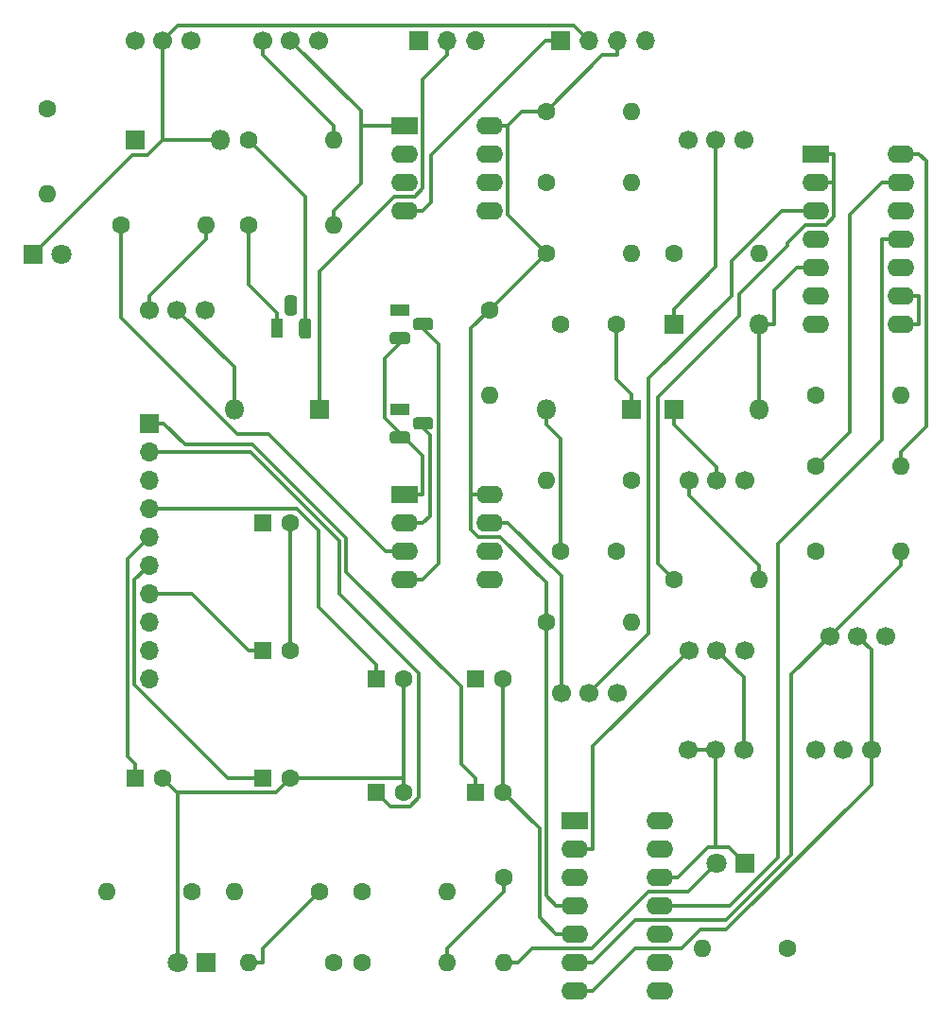
<source format=gtl>
%TF.GenerationSoftware,KiCad,Pcbnew,(5.1.12)-1*%
%TF.CreationDate,2021-11-26T16:20:00-08:00*%
%TF.ProjectId,adsr_envelope,61647372-5f65-46e7-9665-6c6f70652e6b,rev?*%
%TF.SameCoordinates,Original*%
%TF.FileFunction,Copper,L1,Top*%
%TF.FilePolarity,Positive*%
%FSLAX46Y46*%
G04 Gerber Fmt 4.6, Leading zero omitted, Abs format (unit mm)*
G04 Created by KiCad (PCBNEW (5.1.12)-1) date 2021-11-26 16:20:00*
%MOMM*%
%LPD*%
G01*
G04 APERTURE LIST*
%TA.AperFunction,ComponentPad*%
%ADD10O,1.600000X1.600000*%
%TD*%
%TA.AperFunction,ComponentPad*%
%ADD11C,1.600000*%
%TD*%
%TA.AperFunction,ComponentPad*%
%ADD12C,1.800000*%
%TD*%
%TA.AperFunction,ComponentPad*%
%ADD13R,1.800000X1.800000*%
%TD*%
%TA.AperFunction,ComponentPad*%
%ADD14O,2.400000X1.600000*%
%TD*%
%TA.AperFunction,ComponentPad*%
%ADD15R,2.400000X1.600000*%
%TD*%
%TA.AperFunction,ComponentPad*%
%ADD16O,1.700000X1.700000*%
%TD*%
%TA.AperFunction,ComponentPad*%
%ADD17R,1.700000X1.700000*%
%TD*%
%TA.AperFunction,ComponentPad*%
%ADD18C,1.700000*%
%TD*%
%TA.AperFunction,ComponentPad*%
%ADD19R,1.800000X1.100000*%
%TD*%
%TA.AperFunction,ComponentPad*%
%ADD20R,1.100000X1.800000*%
%TD*%
%TA.AperFunction,ComponentPad*%
%ADD21O,1.800000X1.800000*%
%TD*%
%TA.AperFunction,ComponentPad*%
%ADD22R,1.600000X1.600000*%
%TD*%
%TA.AperFunction,Conductor*%
%ADD23C,0.304800*%
%TD*%
G04 APERTURE END LIST*
D10*
%TO.P,R22,2*%
%TO.N,Net-(D8-Pad2)*%
X22633900Y-45496500D03*
D11*
%TO.P,R22,1*%
%TO.N,Net-(D3-Pad1)*%
X22633900Y-37876500D03*
%TD*%
D12*
%TO.P,D8,2*%
%TO.N,Net-(D8-Pad2)*%
X23855700Y-50919400D03*
D13*
%TO.P,D8,1*%
%TO.N,GND*%
X21315700Y-50919400D03*
%TD*%
D14*
%TO.P,U4,8*%
%TO.N,+12V*%
X62230000Y-72390000D03*
%TO.P,U4,4*%
%TO.N,Net-(C1-Pad1)*%
X54610000Y-80010000D03*
%TO.P,U4,7*%
%TO.N,Net-(RV4-Pad1)*%
X62230000Y-74930000D03*
%TO.P,U4,3*%
%TO.N,Net-(R19-Pad1)*%
X54610000Y-77470000D03*
%TO.P,U4,6*%
%TO.N,Net-(D5-Pad2)*%
X62230000Y-77470000D03*
%TO.P,U4,2*%
%TO.N,Net-(Q3-Pad2)*%
X54610000Y-74930000D03*
%TO.P,U4,5*%
%TO.N,Net-(C2-Pad2)*%
X62230000Y-80010000D03*
D15*
%TO.P,U4,1*%
%TO.N,GND*%
X54610000Y-72390000D03*
%TD*%
D14*
%TO.P,U3,14*%
%TO.N,Net-(R13-Pad2)*%
X99060000Y-41910000D03*
%TO.P,U3,7*%
%TO.N,Net-(R11-Pad1)*%
X91440000Y-57150000D03*
%TO.P,U3,13*%
%TO.N,Net-(R13-Pad1)*%
X99060000Y-44450000D03*
%TO.P,U3,6*%
%TO.N,Net-(R11-Pad1)*%
X91440000Y-54610000D03*
%TO.P,U3,12*%
%TO.N,Net-(R11-Pad2)*%
X99060000Y-46990000D03*
%TO.P,U3,5*%
%TO.N,Net-(D5-Pad2)*%
X91440000Y-52070000D03*
%TO.P,U3,11*%
%TO.N,-12V*%
X99060000Y-49530000D03*
%TO.P,U3,4*%
%TO.N,+12V*%
X91440000Y-49530000D03*
%TO.P,U3,10*%
%TO.N,Net-(R11-Pad1)*%
X99060000Y-52070000D03*
%TO.P,U3,3*%
%TO.N,Net-(RV4-Pad2)*%
X91440000Y-46990000D03*
%TO.P,U3,9*%
%TO.N,Net-(R15-Pad1)*%
X99060000Y-54610000D03*
%TO.P,U3,2*%
%TO.N,Net-(R21-Pad1)*%
X91440000Y-44450000D03*
%TO.P,U3,8*%
%TO.N,Net-(R15-Pad1)*%
X99060000Y-57150000D03*
D15*
%TO.P,U3,1*%
%TO.N,Net-(R21-Pad1)*%
X91440000Y-41910000D03*
%TD*%
D14*
%TO.P,U2,8*%
%TO.N,+12V*%
X62230000Y-39370000D03*
%TO.P,U2,4*%
%TO.N,-12V*%
X54610000Y-46990000D03*
%TO.P,U2,7*%
%TO.N,N/C*%
X62230000Y-41910000D03*
%TO.P,U2,3*%
%TO.N,Net-(J1-PadTN)*%
X54610000Y-44450000D03*
%TO.P,U2,6*%
%TO.N,N/C*%
X62230000Y-44450000D03*
%TO.P,U2,2*%
%TO.N,Net-(R3-Pad2)*%
X54610000Y-41910000D03*
%TO.P,U2,5*%
%TO.N,N/C*%
X62230000Y-46990000D03*
D15*
%TO.P,U2,1*%
%TO.N,Net-(D3-Pad1)*%
X54610000Y-39370000D03*
%TD*%
D14*
%TO.P,U1,14*%
%TO.N,Net-(R2-Pad1)*%
X77470000Y-101600000D03*
%TO.P,U1,7*%
%TO.N,Net-(J4-PadTN)*%
X69850000Y-116840000D03*
%TO.P,U1,13*%
%TO.N,Net-(R5-Pad1)*%
X77470000Y-104140000D03*
%TO.P,U1,6*%
%TO.N,Net-(R16-Pad2)*%
X69850000Y-114300000D03*
%TO.P,U1,12*%
%TO.N,GND*%
X77470000Y-106680000D03*
%TO.P,U1,5*%
X69850000Y-111760000D03*
%TO.P,U1,11*%
%TO.N,-12V*%
X77470000Y-109220000D03*
%TO.P,U1,4*%
%TO.N,+12V*%
X69850000Y-109220000D03*
%TO.P,U1,10*%
%TO.N,GND*%
X77470000Y-111760000D03*
%TO.P,U1,3*%
X69850000Y-106680000D03*
%TO.P,U1,9*%
%TO.N,Net-(R4-Pad1)*%
X77470000Y-114300000D03*
%TO.P,U1,2*%
%TO.N,Net-(R15-Pad2)*%
X69850000Y-104140000D03*
%TO.P,U1,8*%
%TO.N,Net-(R1-Pad1)*%
X77470000Y-116840000D03*
D15*
%TO.P,U1,1*%
%TO.N,Net-(J3-PadTN)*%
X69850000Y-101600000D03*
%TD*%
D16*
%TO.P,SW2,10*%
%TO.N,Net-(SW1-Pad3)*%
X31750000Y-88900000D03*
%TO.P,SW2,9*%
%TO.N,Net-(SW1-Pad1)*%
X31750000Y-86360000D03*
%TO.P,SW2,8*%
%TO.N,Net-(C3-Pad1)*%
X31750000Y-83820000D03*
%TO.P,SW2,7*%
%TO.N,Net-(C4-Pad1)*%
X31750000Y-81280000D03*
%TO.P,SW2,6*%
%TO.N,Net-(C5-Pad1)*%
X31750000Y-78740000D03*
%TO.P,SW2,5*%
%TO.N,Net-(C6-Pad1)*%
X31750000Y-76200000D03*
%TO.P,SW2,4*%
%TO.N,Net-(C7-Pad1)*%
X31750000Y-73660000D03*
%TO.P,SW2,3*%
%TO.N,Net-(C8-Pad1)*%
X31750000Y-71120000D03*
%TO.P,SW2,2*%
%TO.N,Net-(C9-Pad1)*%
X31750000Y-68580000D03*
D17*
%TO.P,SW2,1*%
%TO.N,Net-(C10-Pad1)*%
X31750000Y-66040000D03*
%TD*%
D16*
%TO.P,SW1,3*%
%TO.N,Net-(SW1-Pad3)*%
X60960000Y-31750000D03*
%TO.P,SW1,2*%
%TO.N,Net-(D5-Pad2)*%
X58420000Y-31750000D03*
D17*
%TO.P,SW1,1*%
%TO.N,Net-(SW1-Pad1)*%
X55880000Y-31750000D03*
%TD*%
D18*
%TO.P,RV7,3*%
%TO.N,Net-(RV7-Pad3)*%
X85090000Y-71120000D03*
%TO.P,RV7,2*%
%TO.N,Net-(D7-Pad1)*%
X82590000Y-71120000D03*
%TO.P,RV7,1*%
%TO.N,Net-(R21-Pad2)*%
X80090000Y-71120000D03*
%TD*%
%TO.P,RV6,3*%
%TO.N,Net-(RV6-Pad3)*%
X36750000Y-55880000D03*
%TO.P,RV6,2*%
%TO.N,Net-(D6-Pad2)*%
X34250000Y-55880000D03*
%TO.P,RV6,1*%
%TO.N,Net-(R19-Pad2)*%
X31750000Y-55880000D03*
%TD*%
%TO.P,RV5,3*%
%TO.N,Net-(RV5-Pad3)*%
X85010000Y-40640000D03*
%TO.P,RV5,2*%
%TO.N,Net-(D5-Pad1)*%
X82510000Y-40640000D03*
%TO.P,RV5,1*%
%TO.N,Net-(R18-Pad2)*%
X80010000Y-40640000D03*
%TD*%
%TO.P,RV4,3*%
%TO.N,Net-(R20-Pad2)*%
X73660000Y-90170000D03*
%TO.P,RV4,2*%
%TO.N,Net-(RV4-Pad2)*%
X71160000Y-90170000D03*
%TO.P,RV4,1*%
%TO.N,Net-(RV4-Pad1)*%
X68660000Y-90170000D03*
%TD*%
%TO.P,RV3,3*%
%TO.N,Net-(RV3-Pad3)*%
X97710000Y-85090000D03*
%TO.P,RV3,2*%
%TO.N,Net-(J4-PadTN)*%
X95210000Y-85090000D03*
%TO.P,RV3,1*%
%TO.N,Net-(R16-Pad2)*%
X92710000Y-85090000D03*
%TD*%
%TO.P,RV2,3*%
%TO.N,Net-(RV2-Pad3)*%
X85090000Y-86360000D03*
%TO.P,RV2,2*%
%TO.N,Net-(J3-PadTN)*%
X82590000Y-86360000D03*
%TO.P,RV2,1*%
%TO.N,Net-(R15-Pad2)*%
X80090000Y-86360000D03*
%TD*%
%TO.P,RV1,3*%
%TO.N,Net-(RV1-Pad3)*%
X46910000Y-31750000D03*
%TO.P,RV1,2*%
%TO.N,Net-(D3-Pad1)*%
X44410000Y-31750000D03*
%TO.P,RV1,1*%
%TO.N,Net-(R3-Pad2)*%
X41910000Y-31750000D03*
%TD*%
D10*
%TO.P,R21,2*%
%TO.N,Net-(R21-Pad2)*%
X86360000Y-80010000D03*
D11*
%TO.P,R21,1*%
%TO.N,Net-(R21-Pad1)*%
X78740000Y-80010000D03*
%TD*%
D10*
%TO.P,R20,2*%
%TO.N,Net-(R20-Pad2)*%
X74930000Y-83820000D03*
D11*
%TO.P,R20,1*%
%TO.N,+12V*%
X67310000Y-83820000D03*
%TD*%
D10*
%TO.P,R19,2*%
%TO.N,Net-(R19-Pad2)*%
X36830000Y-48260000D03*
D11*
%TO.P,R19,1*%
%TO.N,Net-(R19-Pad1)*%
X29210000Y-48260000D03*
%TD*%
D10*
%TO.P,R18,2*%
%TO.N,Net-(R18-Pad2)*%
X86360000Y-50800000D03*
D11*
%TO.P,R18,1*%
%TO.N,Net-(C1-Pad1)*%
X78740000Y-50800000D03*
%TD*%
D10*
%TO.P,R17,2*%
%TO.N,Net-(Q3-Pad2)*%
X62230000Y-63500000D03*
D11*
%TO.P,R17,1*%
%TO.N,+12V*%
X62230000Y-55880000D03*
%TD*%
D10*
%TO.P,R16,2*%
%TO.N,Net-(R16-Pad2)*%
X99060000Y-77470000D03*
D11*
%TO.P,R16,1*%
%TO.N,Net-(R13-Pad2)*%
X91440000Y-77470000D03*
%TD*%
D10*
%TO.P,R15,2*%
%TO.N,Net-(R15-Pad2)*%
X58420000Y-107950000D03*
D11*
%TO.P,R15,1*%
%TO.N,Net-(R15-Pad1)*%
X50800000Y-107950000D03*
%TD*%
D10*
%TO.P,R14,2*%
%TO.N,Net-(C1-Pad2)*%
X67310000Y-71120000D03*
D11*
%TO.P,R14,1*%
%TO.N,Net-(Q3-Pad1)*%
X74930000Y-71120000D03*
%TD*%
D10*
%TO.P,R13,2*%
%TO.N,Net-(R13-Pad2)*%
X99060000Y-69850000D03*
D11*
%TO.P,R13,1*%
%TO.N,Net-(R13-Pad1)*%
X91440000Y-69850000D03*
%TD*%
D10*
%TO.P,R12,2*%
%TO.N,Net-(C1-Pad1)*%
X74930000Y-50800000D03*
D11*
%TO.P,R12,1*%
%TO.N,+12V*%
X67310000Y-50800000D03*
%TD*%
D10*
%TO.P,R11,2*%
%TO.N,Net-(R11-Pad2)*%
X99060000Y-63500000D03*
D11*
%TO.P,R11,1*%
%TO.N,Net-(R11-Pad1)*%
X91440000Y-63500000D03*
%TD*%
D10*
%TO.P,R10,2*%
%TO.N,Net-(Q2-Pad1)*%
X74930000Y-44450000D03*
D11*
%TO.P,R10,1*%
%TO.N,Net-(Q1-Pad2)*%
X67310000Y-44450000D03*
%TD*%
D10*
%TO.P,R9,2*%
%TO.N,Net-(Q1-Pad2)*%
X74930000Y-38100000D03*
D11*
%TO.P,R9,1*%
%TO.N,+12V*%
X67310000Y-38100000D03*
%TD*%
D10*
%TO.P,R8,2*%
%TO.N,Net-(R5-Pad1)*%
X81280000Y-113030000D03*
D11*
%TO.P,R8,1*%
%TO.N,Net-(R13-Pad2)*%
X88900000Y-113030000D03*
%TD*%
D10*
%TO.P,R7,2*%
%TO.N,Net-(R4-Pad1)*%
X40640000Y-114300000D03*
D11*
%TO.P,R7,1*%
%TO.N,Net-(R11-Pad1)*%
X48260000Y-114300000D03*
%TD*%
D10*
%TO.P,R6,2*%
%TO.N,Net-(D3-Pad1)*%
X48260000Y-48260000D03*
D11*
%TO.P,R6,1*%
%TO.N,Net-(Q1-Pad1)*%
X40640000Y-48260000D03*
%TD*%
D10*
%TO.P,R5,2*%
%TO.N,Net-(R2-Pad1)*%
X58420000Y-114300000D03*
D11*
%TO.P,R5,1*%
%TO.N,Net-(R5-Pad1)*%
X50800000Y-114300000D03*
%TD*%
D10*
%TO.P,R4,2*%
%TO.N,Net-(R1-Pad1)*%
X39370000Y-107950000D03*
D11*
%TO.P,R4,1*%
%TO.N,Net-(R4-Pad1)*%
X46990000Y-107950000D03*
%TD*%
D10*
%TO.P,R3,2*%
%TO.N,Net-(R3-Pad2)*%
X48260000Y-40640000D03*
D11*
%TO.P,R3,1*%
%TO.N,GND*%
X40640000Y-40640000D03*
%TD*%
D10*
%TO.P,R2,2*%
%TO.N,Net-(D2-Pad2)*%
X63500000Y-114300000D03*
D11*
%TO.P,R2,1*%
%TO.N,Net-(R2-Pad1)*%
X63500000Y-106680000D03*
%TD*%
D10*
%TO.P,R1,2*%
%TO.N,Net-(D1-Pad1)*%
X27940000Y-107950000D03*
D11*
%TO.P,R1,1*%
%TO.N,Net-(R1-Pad1)*%
X35560000Y-107950000D03*
%TD*%
D19*
%TO.P,Q3,1*%
%TO.N,Net-(Q3-Pad1)*%
X54210000Y-64770000D03*
%TO.P,Q3,3*%
%TO.N,GND*%
%TA.AperFunction,ComponentPad*%
G36*
G01*
X53585000Y-66760000D02*
X54835000Y-66760000D01*
G75*
G02*
X55110000Y-67035000I0J-275000D01*
G01*
X55110000Y-67585000D01*
G75*
G02*
X54835000Y-67860000I-275000J0D01*
G01*
X53585000Y-67860000D01*
G75*
G02*
X53310000Y-67585000I0J275000D01*
G01*
X53310000Y-67035000D01*
G75*
G02*
X53585000Y-66760000I275000J0D01*
G01*
G37*
%TD.AperFunction*%
%TO.P,Q3,2*%
%TO.N,Net-(Q3-Pad2)*%
%TA.AperFunction,ComponentPad*%
G36*
G01*
X55655000Y-65490000D02*
X56905000Y-65490000D01*
G75*
G02*
X57180000Y-65765000I0J-275000D01*
G01*
X57180000Y-66315000D01*
G75*
G02*
X56905000Y-66590000I-275000J0D01*
G01*
X55655000Y-66590000D01*
G75*
G02*
X55380000Y-66315000I0J275000D01*
G01*
X55380000Y-65765000D01*
G75*
G02*
X55655000Y-65490000I275000J0D01*
G01*
G37*
%TD.AperFunction*%
%TD*%
%TO.P,Q2,1*%
%TO.N,Net-(Q2-Pad1)*%
X54210000Y-55880000D03*
%TO.P,Q2,3*%
%TO.N,GND*%
%TA.AperFunction,ComponentPad*%
G36*
G01*
X53585000Y-57870000D02*
X54835000Y-57870000D01*
G75*
G02*
X55110000Y-58145000I0J-275000D01*
G01*
X55110000Y-58695000D01*
G75*
G02*
X54835000Y-58970000I-275000J0D01*
G01*
X53585000Y-58970000D01*
G75*
G02*
X53310000Y-58695000I0J275000D01*
G01*
X53310000Y-58145000D01*
G75*
G02*
X53585000Y-57870000I275000J0D01*
G01*
G37*
%TD.AperFunction*%
%TO.P,Q2,2*%
%TO.N,Net-(C1-Pad1)*%
%TA.AperFunction,ComponentPad*%
G36*
G01*
X55655000Y-56600000D02*
X56905000Y-56600000D01*
G75*
G02*
X57180000Y-56875000I0J-275000D01*
G01*
X57180000Y-57425000D01*
G75*
G02*
X56905000Y-57700000I-275000J0D01*
G01*
X55655000Y-57700000D01*
G75*
G02*
X55380000Y-57425000I0J275000D01*
G01*
X55380000Y-56875000D01*
G75*
G02*
X55655000Y-56600000I275000J0D01*
G01*
G37*
%TD.AperFunction*%
%TD*%
D20*
%TO.P,Q1,1*%
%TO.N,Net-(Q1-Pad1)*%
X43180000Y-57550000D03*
%TO.P,Q1,3*%
%TO.N,GND*%
%TA.AperFunction,ComponentPad*%
G36*
G01*
X45170000Y-58175000D02*
X45170000Y-56925000D01*
G75*
G02*
X45445000Y-56650000I275000J0D01*
G01*
X45995000Y-56650000D01*
G75*
G02*
X46270000Y-56925000I0J-275000D01*
G01*
X46270000Y-58175000D01*
G75*
G02*
X45995000Y-58450000I-275000J0D01*
G01*
X45445000Y-58450000D01*
G75*
G02*
X45170000Y-58175000I0J275000D01*
G01*
G37*
%TD.AperFunction*%
%TO.P,Q1,2*%
%TO.N,Net-(Q1-Pad2)*%
%TA.AperFunction,ComponentPad*%
G36*
G01*
X43900000Y-56105000D02*
X43900000Y-54855000D01*
G75*
G02*
X44175000Y-54580000I275000J0D01*
G01*
X44725000Y-54580000D01*
G75*
G02*
X45000000Y-54855000I0J-275000D01*
G01*
X45000000Y-56105000D01*
G75*
G02*
X44725000Y-56380000I-275000J0D01*
G01*
X44175000Y-56380000D01*
G75*
G02*
X43900000Y-56105000I0J275000D01*
G01*
G37*
%TD.AperFunction*%
%TD*%
D18*
%TO.P,J4,TN*%
%TO.N,Net-(J4-PadTN)*%
X96440000Y-95250000D03*
%TO.P,J4,T*%
%TO.N,GND*%
X93940000Y-95250000D03*
%TO.P,J4,S*%
X91440000Y-95250000D03*
%TD*%
%TO.P,J3,TN*%
%TO.N,Net-(J3-PadTN)*%
X85010000Y-95250000D03*
%TO.P,J3,T*%
%TO.N,GND*%
X82510000Y-95250000D03*
%TO.P,J3,S*%
X80010000Y-95250000D03*
%TD*%
D16*
%TO.P,J2,4*%
%TO.N,+5V*%
X76200000Y-31750000D03*
%TO.P,J2,3*%
%TO.N,+12V*%
X73660000Y-31750000D03*
%TO.P,J2,2*%
%TO.N,GND*%
X71120000Y-31750000D03*
D17*
%TO.P,J2,1*%
%TO.N,-12V*%
X68580000Y-31750000D03*
%TD*%
D18*
%TO.P,J1,TN*%
%TO.N,Net-(J1-PadTN)*%
X35480000Y-31750000D03*
%TO.P,J1,T*%
%TO.N,GND*%
X32980000Y-31750000D03*
%TO.P,J1,S*%
X30480000Y-31750000D03*
%TD*%
D21*
%TO.P,D7,2*%
%TO.N,Net-(D5-Pad2)*%
X86360000Y-64770000D03*
D13*
%TO.P,D7,1*%
%TO.N,Net-(D7-Pad1)*%
X78740000Y-64770000D03*
%TD*%
D21*
%TO.P,D6,2*%
%TO.N,Net-(D6-Pad2)*%
X39370000Y-64770000D03*
D13*
%TO.P,D6,1*%
%TO.N,Net-(D5-Pad2)*%
X46990000Y-64770000D03*
%TD*%
D21*
%TO.P,D5,2*%
%TO.N,Net-(D5-Pad2)*%
X86360000Y-57150000D03*
D13*
%TO.P,D5,1*%
%TO.N,Net-(D5-Pad1)*%
X78740000Y-57150000D03*
%TD*%
D21*
%TO.P,D4,2*%
%TO.N,GND*%
X67310000Y-64770000D03*
D13*
%TO.P,D4,1*%
%TO.N,Net-(C1-Pad2)*%
X74930000Y-64770000D03*
%TD*%
D21*
%TO.P,D3,2*%
%TO.N,GND*%
X38100000Y-40640000D03*
D13*
%TO.P,D3,1*%
%TO.N,Net-(D3-Pad1)*%
X30480000Y-40640000D03*
%TD*%
D12*
%TO.P,D2,2*%
%TO.N,Net-(D2-Pad2)*%
X82550000Y-105410000D03*
D13*
%TO.P,D2,1*%
%TO.N,GND*%
X85090000Y-105410000D03*
%TD*%
D12*
%TO.P,D1,2*%
%TO.N,GND*%
X34290000Y-114300000D03*
D13*
%TO.P,D1,1*%
%TO.N,Net-(D1-Pad1)*%
X36830000Y-114300000D03*
%TD*%
D11*
%TO.P,C10,2*%
%TO.N,GND*%
X63460000Y-99060000D03*
D22*
%TO.P,C10,1*%
%TO.N,Net-(C10-Pad1)*%
X60960000Y-99060000D03*
%TD*%
D11*
%TO.P,C9,2*%
%TO.N,GND*%
X54570000Y-99060000D03*
D22*
%TO.P,C9,1*%
%TO.N,Net-(C9-Pad1)*%
X52070000Y-99060000D03*
%TD*%
D11*
%TO.P,C8,2*%
%TO.N,GND*%
X63460000Y-88900000D03*
D22*
%TO.P,C8,1*%
%TO.N,Net-(C8-Pad1)*%
X60960000Y-88900000D03*
%TD*%
D11*
%TO.P,C7,2*%
%TO.N,GND*%
X54570000Y-88900000D03*
D22*
%TO.P,C7,1*%
%TO.N,Net-(C7-Pad1)*%
X52070000Y-88900000D03*
%TD*%
D11*
%TO.P,C6,2*%
%TO.N,GND*%
X32980000Y-97790000D03*
D22*
%TO.P,C6,1*%
%TO.N,Net-(C6-Pad1)*%
X30480000Y-97790000D03*
%TD*%
D11*
%TO.P,C5,2*%
%TO.N,GND*%
X44410000Y-97790000D03*
D22*
%TO.P,C5,1*%
%TO.N,Net-(C5-Pad1)*%
X41910000Y-97790000D03*
%TD*%
D11*
%TO.P,C4,2*%
%TO.N,GND*%
X44410000Y-86360000D03*
D22*
%TO.P,C4,1*%
%TO.N,Net-(C4-Pad1)*%
X41910000Y-86360000D03*
%TD*%
D11*
%TO.P,C3,2*%
%TO.N,GND*%
X44410000Y-74930000D03*
D22*
%TO.P,C3,1*%
%TO.N,Net-(C3-Pad1)*%
X41910000Y-74930000D03*
%TD*%
D11*
%TO.P,C2,2*%
%TO.N,Net-(C2-Pad2)*%
X73580000Y-77470000D03*
%TO.P,C2,1*%
%TO.N,GND*%
X68580000Y-77470000D03*
%TD*%
%TO.P,C1,2*%
%TO.N,Net-(C1-Pad2)*%
X73580000Y-57150000D03*
%TO.P,C1,1*%
%TO.N,Net-(C1-Pad1)*%
X68580000Y-57150000D03*
%TD*%
D23*
%TO.N,Net-(C1-Pad2)*%
X74930000Y-64770000D02*
X74930000Y-63412500D01*
X73580000Y-57150000D02*
X73580000Y-62062500D01*
X73580000Y-62062500D02*
X74930000Y-63412500D01*
%TO.N,Net-(C1-Pad1)*%
X54610000Y-80010000D02*
X56267500Y-80010000D01*
X55880000Y-57150000D02*
X57652300Y-58922300D01*
X57652300Y-58922300D02*
X57652300Y-78625200D01*
X57652300Y-78625200D02*
X56267500Y-80010000D01*
%TO.N,GND*%
X54610000Y-72390000D02*
X56267500Y-72390000D01*
X56267500Y-72390000D02*
X56267500Y-68967500D01*
X56267500Y-68967500D02*
X54610000Y-67310000D01*
X54610000Y-58420000D02*
X52852400Y-60177600D01*
X52852400Y-60177600D02*
X52852400Y-65552400D01*
X52852400Y-65552400D02*
X54610000Y-67310000D01*
X82510000Y-95250000D02*
X80010000Y-95250000D01*
X82510000Y-95250000D02*
X82510000Y-103993100D01*
X32980000Y-31750000D02*
X34287600Y-30442400D01*
X34287600Y-30442400D02*
X69812400Y-30442400D01*
X69812400Y-30442400D02*
X71120000Y-31750000D01*
X32980000Y-40640000D02*
X32980000Y-31750000D01*
X21315700Y-50919400D02*
X30237600Y-41997500D01*
X30237600Y-41997500D02*
X31622500Y-41997500D01*
X31622500Y-41997500D02*
X32980000Y-40640000D01*
X36742500Y-40640000D02*
X32980000Y-40640000D01*
X82510000Y-103993100D02*
X83673100Y-103993100D01*
X83673100Y-103993100D02*
X85090000Y-105410000D01*
X79127500Y-106680000D02*
X81814400Y-103993100D01*
X81814400Y-103993100D02*
X82510000Y-103993100D01*
X77470000Y-106680000D02*
X79127500Y-106680000D01*
X38100000Y-40640000D02*
X36742500Y-40640000D01*
X54570000Y-97790000D02*
X54570000Y-99060000D01*
X54570000Y-88900000D02*
X54570000Y-97790000D01*
X54570000Y-97790000D02*
X44410000Y-97790000D01*
X34290000Y-99056100D02*
X34246100Y-99056100D01*
X34246100Y-99056100D02*
X32980000Y-97790000D01*
X44410000Y-97790000D02*
X43143900Y-99056100D01*
X43143900Y-99056100D02*
X34290000Y-99056100D01*
X34290000Y-99056100D02*
X34290000Y-114300000D01*
X45720000Y-57150000D02*
X45720000Y-45720000D01*
X45720000Y-45720000D02*
X40640000Y-40640000D01*
X69850000Y-111760000D02*
X68192500Y-111760000D01*
X68192500Y-111760000D02*
X66700000Y-110267500D01*
X66700000Y-110267500D02*
X66700000Y-102300000D01*
X66700000Y-102300000D02*
X63460000Y-99060000D01*
X63460000Y-88900000D02*
X63460000Y-99060000D01*
X44410000Y-74930000D02*
X44410000Y-86360000D01*
X67310000Y-64770000D02*
X67310000Y-66127500D01*
X68580000Y-77470000D02*
X68580000Y-67397500D01*
X68580000Y-67397500D02*
X67310000Y-66127500D01*
%TO.N,Net-(C4-Pad1)*%
X41910000Y-86360000D02*
X40652500Y-86360000D01*
X40652500Y-86360000D02*
X35572500Y-81280000D01*
X35572500Y-81280000D02*
X31750000Y-81280000D01*
%TO.N,Net-(C5-Pad1)*%
X41910000Y-97790000D02*
X38757000Y-97790000D01*
X38757000Y-97790000D02*
X30427400Y-89460400D01*
X30427400Y-89460400D02*
X30427400Y-80062600D01*
X30427400Y-80062600D02*
X31750000Y-78740000D01*
%TO.N,Net-(C6-Pad1)*%
X30480000Y-97790000D02*
X30480000Y-96532500D01*
X30480000Y-96532500D02*
X29790200Y-95842700D01*
X29790200Y-95842700D02*
X29790200Y-78159800D01*
X29790200Y-78159800D02*
X31750000Y-76200000D01*
%TO.N,Net-(C7-Pad1)*%
X31750000Y-73660000D02*
X44941200Y-73660000D01*
X44941200Y-73660000D02*
X46902400Y-75621200D01*
X46902400Y-75621200D02*
X46902400Y-82475000D01*
X46902400Y-82475000D02*
X46902500Y-82475000D01*
X46902500Y-82475000D02*
X52070000Y-87642500D01*
X52070000Y-88900000D02*
X52070000Y-87642500D01*
%TO.N,Net-(C9-Pad1)*%
X52070000Y-99060000D02*
X53332600Y-100322600D01*
X53332600Y-100322600D02*
X55107000Y-100322600D01*
X55107000Y-100322600D02*
X55891400Y-99538200D01*
X55891400Y-99538200D02*
X55891400Y-88386900D01*
X55891400Y-88386900D02*
X48805300Y-81300800D01*
X48805300Y-81300800D02*
X48805300Y-76592000D01*
X48805300Y-76592000D02*
X40793300Y-68580000D01*
X40793300Y-68580000D02*
X31750000Y-68580000D01*
%TO.N,Net-(C10-Pad1)*%
X33057500Y-66040000D02*
X34974800Y-67957300D01*
X34974800Y-67957300D02*
X41033300Y-67957300D01*
X41033300Y-67957300D02*
X49415300Y-76339300D01*
X49415300Y-76339300D02*
X49415300Y-79352900D01*
X49415300Y-79352900D02*
X59702500Y-89640100D01*
X59702500Y-89640100D02*
X59702500Y-96545000D01*
X59702500Y-96545000D02*
X60960000Y-97802500D01*
X31750000Y-66040000D02*
X33057500Y-66040000D01*
X60960000Y-99060000D02*
X60960000Y-97802500D01*
%TO.N,Net-(D3-Pad1)*%
X48260000Y-48260000D02*
X48260000Y-47002500D01*
X50730000Y-39370000D02*
X50730000Y-44532500D01*
X50730000Y-44532500D02*
X48260000Y-47002500D01*
X44410000Y-31750000D02*
X50730000Y-38070000D01*
X50730000Y-38070000D02*
X50730000Y-39370000D01*
X50730000Y-39370000D02*
X52952500Y-39370000D01*
X54610000Y-39370000D02*
X52952500Y-39370000D01*
%TO.N,Net-(D5-Pad2)*%
X58420000Y-31750000D02*
X58420000Y-33057500D01*
X46990000Y-64770000D02*
X46990000Y-52429400D01*
X46990000Y-52429400D02*
X53699400Y-45720000D01*
X53699400Y-45720000D02*
X55545300Y-45720000D01*
X55545300Y-45720000D02*
X56267500Y-44997800D01*
X56267500Y-44997800D02*
X56267500Y-35210000D01*
X56267500Y-35210000D02*
X58420000Y-33057500D01*
X91440000Y-52070000D02*
X89782500Y-52070000D01*
X86360000Y-57150000D02*
X87717500Y-57150000D01*
X87717500Y-57150000D02*
X87717500Y-54135000D01*
X87717500Y-54135000D02*
X89782500Y-52070000D01*
X86360000Y-64770000D02*
X86360000Y-57150000D01*
%TO.N,Net-(D5-Pad1)*%
X78740000Y-57150000D02*
X78740000Y-55792500D01*
X78740000Y-55792500D02*
X82510000Y-52022500D01*
X82510000Y-52022500D02*
X82510000Y-40640000D01*
%TO.N,Net-(D6-Pad2)*%
X39370000Y-64770000D02*
X39370000Y-61000000D01*
X39370000Y-61000000D02*
X34250000Y-55880000D01*
%TO.N,Net-(D7-Pad1)*%
X78740000Y-64770000D02*
X78740000Y-66127500D01*
X78740000Y-66127500D02*
X82590000Y-69977500D01*
X82590000Y-69977500D02*
X82590000Y-71120000D01*
%TO.N,+12V*%
X62230000Y-55880000D02*
X60572500Y-57537500D01*
X60572500Y-57537500D02*
X60572500Y-72390000D01*
X67310000Y-50800000D02*
X62230000Y-55880000D01*
X67310000Y-38100000D02*
X65157500Y-38100000D01*
X65157500Y-38100000D02*
X63887500Y-39370000D01*
X73660000Y-33057500D02*
X72352500Y-33057500D01*
X72352500Y-33057500D02*
X67310000Y-38100000D01*
X62230000Y-39370000D02*
X63887500Y-39370000D01*
X63887500Y-39370000D02*
X63887500Y-47377500D01*
X63887500Y-47377500D02*
X67310000Y-50800000D01*
X67310000Y-83820000D02*
X67310000Y-108337500D01*
X67310000Y-108337500D02*
X68192500Y-109220000D01*
X67310000Y-83820000D02*
X67310000Y-80304200D01*
X67310000Y-80304200D02*
X63205800Y-76200000D01*
X63205800Y-76200000D02*
X61270100Y-76200000D01*
X61270100Y-76200000D02*
X60572500Y-75502400D01*
X60572500Y-75502400D02*
X60572500Y-72390000D01*
X62230000Y-72390000D02*
X60572500Y-72390000D01*
X69850000Y-109220000D02*
X68192500Y-109220000D01*
X73660000Y-31750000D02*
X73660000Y-33057500D01*
%TO.N,-12V*%
X97402500Y-49530000D02*
X97402500Y-67476700D01*
X97402500Y-67476700D02*
X88048200Y-76831000D01*
X88048200Y-76831000D02*
X88048200Y-104931600D01*
X88048200Y-104931600D02*
X83759800Y-109220000D01*
X83759800Y-109220000D02*
X79127500Y-109220000D01*
X56267500Y-46990000D02*
X57032500Y-46225000D01*
X57032500Y-46225000D02*
X57032500Y-41990000D01*
X57032500Y-41990000D02*
X67272500Y-31750000D01*
X77470000Y-109220000D02*
X79127500Y-109220000D01*
X99060000Y-49530000D02*
X97402500Y-49530000D01*
X54610000Y-46990000D02*
X56267500Y-46990000D01*
X68580000Y-31750000D02*
X67272500Y-31750000D01*
%TO.N,Net-(J3-PadTN)*%
X85010000Y-95250000D02*
X85010000Y-88780000D01*
X85010000Y-88780000D02*
X82590000Y-86360000D01*
%TO.N,Net-(J4-PadTN)*%
X69850000Y-116840000D02*
X71507500Y-116840000D01*
X96440000Y-95250000D02*
X96440000Y-98398100D01*
X96440000Y-98398100D02*
X83451900Y-111386200D01*
X83451900Y-111386200D02*
X81100000Y-111386200D01*
X81100000Y-111386200D02*
X79456200Y-113030000D01*
X79456200Y-113030000D02*
X75317500Y-113030000D01*
X75317500Y-113030000D02*
X71507500Y-116840000D01*
X95210000Y-85090000D02*
X96440000Y-86320000D01*
X96440000Y-86320000D02*
X96440000Y-95250000D01*
%TO.N,Net-(Q1-Pad1)*%
X43180000Y-57150000D02*
X43180000Y-56192500D01*
X43180000Y-56192500D02*
X40640000Y-53652500D01*
X40640000Y-53652500D02*
X40640000Y-48260000D01*
%TO.N,Net-(Q3-Pad2)*%
X55880000Y-66040000D02*
X56878000Y-67038000D01*
X56878000Y-67038000D02*
X56878000Y-74319500D01*
X56878000Y-74319500D02*
X56267500Y-74930000D01*
X54610000Y-74930000D02*
X56267500Y-74930000D01*
%TO.N,Net-(R2-Pad1)*%
X58420000Y-114300000D02*
X58420000Y-113042500D01*
X63500000Y-106680000D02*
X63500000Y-107962500D01*
X63500000Y-107962500D02*
X58420000Y-113042500D01*
%TO.N,Net-(R3-Pad2)*%
X48260000Y-40640000D02*
X48260000Y-39382500D01*
X41910000Y-31750000D02*
X41910000Y-33032500D01*
X41910000Y-33032500D02*
X48260000Y-39382500D01*
%TO.N,Net-(R4-Pad1)*%
X40640000Y-114300000D02*
X41897500Y-114300000D01*
X46990000Y-107950000D02*
X41897500Y-113042500D01*
X41897500Y-113042500D02*
X41897500Y-114300000D01*
%TO.N,Net-(R13-Pad2)*%
X99060000Y-69850000D02*
X99060000Y-68592500D01*
X99060000Y-41910000D02*
X100717500Y-41910000D01*
X100717500Y-41910000D02*
X101348100Y-42540600D01*
X101348100Y-42540600D02*
X101348100Y-66304400D01*
X101348100Y-66304400D02*
X99060000Y-68592500D01*
%TO.N,Net-(R13-Pad1)*%
X91440000Y-69850000D02*
X94501200Y-66788800D01*
X94501200Y-66788800D02*
X94501200Y-47351300D01*
X94501200Y-47351300D02*
X97402500Y-44450000D01*
X99060000Y-44450000D02*
X97402500Y-44450000D01*
%TO.N,Net-(R15-Pad2)*%
X69850000Y-104140000D02*
X71507500Y-104140000D01*
X80090000Y-86360000D02*
X71507500Y-94942500D01*
X71507500Y-94942500D02*
X71507500Y-104140000D01*
%TO.N,Net-(R15-Pad1)*%
X99060000Y-54610000D02*
X100717500Y-54610000D01*
X99060000Y-57150000D02*
X100717500Y-57150000D01*
X100717500Y-57150000D02*
X100717500Y-54610000D01*
%TO.N,Net-(R16-Pad2)*%
X92710000Y-85090000D02*
X89268000Y-88532000D01*
X89268000Y-88532000D02*
X89268000Y-104650100D01*
X89268000Y-104650100D02*
X83428100Y-110490000D01*
X83428100Y-110490000D02*
X75317500Y-110490000D01*
X75317500Y-110490000D02*
X71507500Y-114300000D01*
X69850000Y-114300000D02*
X71507500Y-114300000D01*
X99060000Y-77470000D02*
X99060000Y-78727500D01*
X92710000Y-85090000D02*
X92710000Y-85077500D01*
X92710000Y-85077500D02*
X99060000Y-78727500D01*
%TO.N,Net-(R19-Pad2)*%
X36830000Y-48260000D02*
X36830000Y-49517500D01*
X31750000Y-55880000D02*
X31750000Y-54597500D01*
X31750000Y-54597500D02*
X36830000Y-49517500D01*
%TO.N,Net-(R19-Pad1)*%
X54610000Y-77470000D02*
X52952500Y-77470000D01*
X52952500Y-77470000D02*
X42435700Y-66953200D01*
X42435700Y-66953200D02*
X39621000Y-66953200D01*
X39621000Y-66953200D02*
X29210000Y-56542200D01*
X29210000Y-56542200D02*
X29210000Y-48260000D01*
%TO.N,Net-(R21-Pad2)*%
X86360000Y-80010000D02*
X86360000Y-78752500D01*
X80090000Y-71120000D02*
X80090000Y-72482500D01*
X80090000Y-72482500D02*
X86360000Y-78752500D01*
%TO.N,Net-(R21-Pad1)*%
X93097500Y-44450000D02*
X93097500Y-47558200D01*
X93097500Y-47558200D02*
X92395700Y-48260000D01*
X92395700Y-48260000D02*
X90510700Y-48260000D01*
X90510700Y-48260000D02*
X88915800Y-49854900D01*
X88915800Y-49854900D02*
X88915800Y-50109000D01*
X88915800Y-50109000D02*
X84561900Y-54462900D01*
X84561900Y-54462900D02*
X84561900Y-56437500D01*
X84561900Y-56437500D02*
X77324100Y-63675300D01*
X77324100Y-63675300D02*
X77324100Y-78594100D01*
X77324100Y-78594100D02*
X78740000Y-80010000D01*
X92945000Y-44450000D02*
X93097500Y-44450000D01*
X91440000Y-44450000D02*
X92945000Y-44450000D01*
X91440000Y-41910000D02*
X93097500Y-41910000D01*
X93097500Y-41910000D02*
X93097500Y-44450000D01*
%TO.N,Net-(RV4-Pad2)*%
X71160000Y-90170000D02*
X76500800Y-84829200D01*
X76500800Y-84829200D02*
X76500800Y-62006200D01*
X76500800Y-62006200D02*
X83895400Y-54611600D01*
X83895400Y-54611600D02*
X83895400Y-51485100D01*
X83895400Y-51485100D02*
X88390500Y-46990000D01*
X88390500Y-46990000D02*
X91440000Y-46990000D01*
%TO.N,Net-(RV4-Pad1)*%
X62230000Y-74930000D02*
X63887500Y-74930000D01*
X68660000Y-90170000D02*
X68660000Y-79702500D01*
X68660000Y-79702500D02*
X63887500Y-74930000D01*
%TO.N,Net-(D2-Pad2)*%
X82550000Y-105410000D02*
X80010000Y-107950000D01*
X80010000Y-107950000D02*
X76493100Y-107950000D01*
X76493100Y-107950000D02*
X71413200Y-113029900D01*
X71413200Y-113029900D02*
X66027600Y-113029900D01*
X66027600Y-113029900D02*
X64757500Y-114300000D01*
X63500000Y-114300000D02*
X64757500Y-114300000D01*
%TD*%
M02*

</source>
